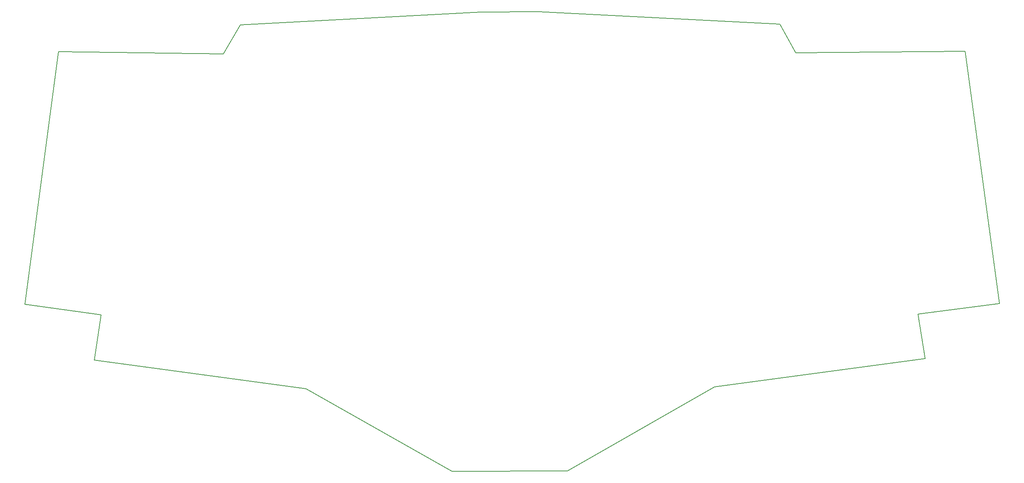
<source format=gbr>
G04 #@! TF.GenerationSoftware,KiCad,Pcbnew,7.0.8*
G04 #@! TF.CreationDate,2023-11-03T07:49:20+09:00*
G04 #@! TF.ProjectId,cool536lcble,636f6f6c-3533-4366-9c63-626c652e6b69,rev?*
G04 #@! TF.SameCoordinates,Original*
G04 #@! TF.FileFunction,Profile,NP*
%FSLAX46Y46*%
G04 Gerber Fmt 4.6, Leading zero omitted, Abs format (unit mm)*
G04 Created by KiCad (PCBNEW 7.0.8) date 2023-11-03 07:49:20*
%MOMM*%
%LPD*%
G01*
G04 APERTURE LIST*
G04 #@! TA.AperFunction,Profile*
%ADD10C,0.150000*%
G04 #@! TD*
G04 APERTURE END LIST*
D10*
X62786525Y-232096198D02*
X110230000Y-238530000D01*
X216556525Y-156696198D02*
X162436525Y-153906198D01*
X47126525Y-219616198D02*
X64266525Y-221926198D01*
X265866525Y-219426198D02*
X247556525Y-221826198D01*
X201940000Y-238120000D02*
X168926525Y-257016198D01*
X142996525Y-257066198D02*
X110230000Y-238530000D01*
X149456525Y-153936198D02*
X95496525Y-156866198D01*
X47126525Y-219616198D02*
X54696525Y-162836198D01*
X258116525Y-162756198D02*
X220150000Y-163160000D01*
X142996525Y-257066198D02*
X168926525Y-257016198D01*
X265866525Y-219426198D02*
X258116525Y-162756198D01*
X220150000Y-163160000D02*
X216556525Y-156696198D01*
X64266525Y-221926198D02*
X62786525Y-232096198D01*
X247556525Y-221826198D02*
X249206525Y-231746198D01*
X54696525Y-162836198D02*
X91680000Y-163370000D01*
X162436525Y-153906198D02*
X149456525Y-153936198D01*
X201940000Y-238120000D02*
X249206525Y-231746198D01*
X95496525Y-156866198D02*
X91680000Y-163370000D01*
M02*

</source>
